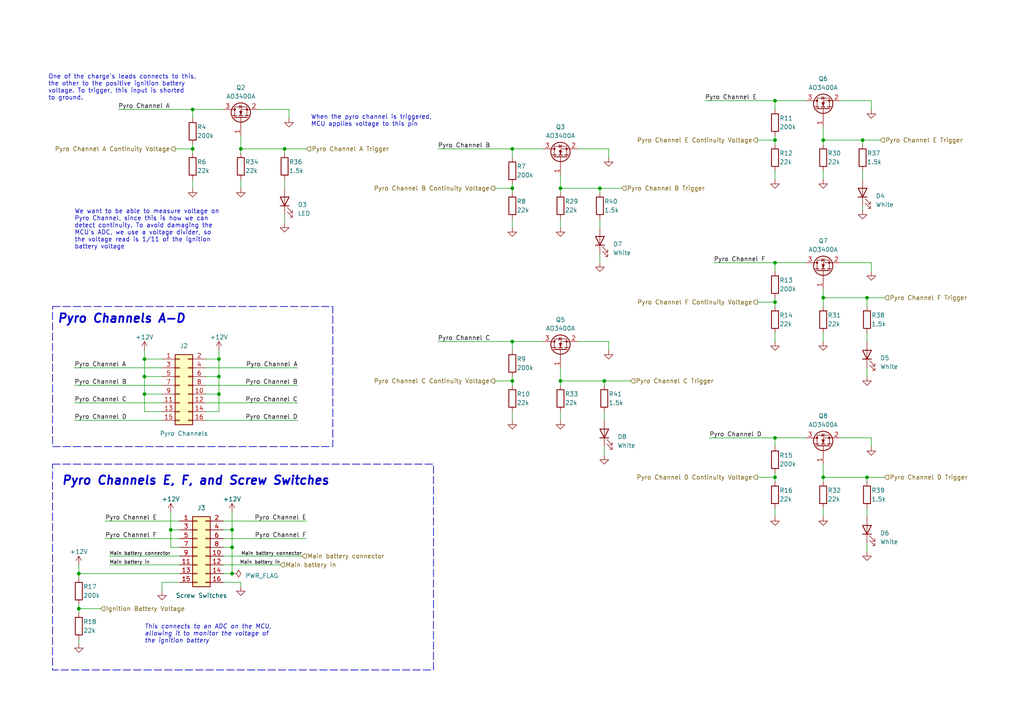
<source format=kicad_sch>
(kicad_sch (version 20230121) (generator eeschema)
  (paper "A4")
  (title_block (title "Pyrotechnic Channels") (date "2023-09-24") (rev "1"))
  (lib_symbols
    (symbol "Connector_Generic:Conn_02x08_Odd_Even" (pin_names (offset 1.016) hide)
      (property "Reference" "J" (at 1.27 10.16 0))
      (property "Value" "Conn_02x08_Odd_Even" (at 1.27 -12.7 0))
      (symbol "Conn_02x08_Odd_Even_1_1"
        (rectangle (start -1.27 -10.033) (end 0 -10.287) (stroke (width 0.1524)))
        (rectangle (start -1.27 -7.493) (end 0 -7.747) (stroke (width 0.1524)))
        (rectangle (start -1.27 -4.953) (end 0 -5.207) (stroke (width 0.1524)))
        (rectangle (start -1.27 -2.413) (end 0 -2.667) (stroke (width 0.1524)))
        (rectangle (start -1.27 0.127) (end 0 -0.127) (stroke (width 0.1524)))
        (rectangle (start -1.27 2.667) (end 0 2.413) (stroke (width 0.1524)))
        (rectangle (start -1.27 5.207) (end 0 4.953) (stroke (width 0.1524)))
        (rectangle (start -1.27 7.747) (end 0 7.493) (stroke (width 0.1524)))
        (rectangle (start -1.27 8.89) (end 3.81 -11.43) (stroke (width 0.254)) (fill (type background)))
        (rectangle (start 3.81 -10.033) (end 2.54 -10.287) (stroke (width 0.1524)))
        (rectangle (start 3.81 -7.493) (end 2.54 -7.747) (stroke (width 0.1524)))
        (rectangle (start 3.81 -4.953) (end 2.54 -5.207) (stroke (width 0.1524)))
        (rectangle (start 3.81 -2.413) (end 2.54 -2.667) (stroke (width 0.1524)))
        (rectangle (start 3.81 0.127) (end 2.54 -0.127) (stroke (width 0.1524)))
        (rectangle (start 3.81 2.667) (end 2.54 2.413) (stroke (width 0.1524)))
        (rectangle (start 3.81 5.207) (end 2.54 4.953) (stroke (width 0.1524)))
        (rectangle (start 3.81 7.747) (end 2.54 7.493) (stroke (width 0.1524)))
        (pin passive line (at -5.08 7.62 0) (length 3.81) (name "Pin_1") (number "1"))
        (pin passive line (at 7.62 -2.54 180) (length 3.81) (name "Pin_10") (number "10"))
        (pin passive line (at -5.08 -5.08 0) (length 3.81) (name "Pin_11") (number "11"))
        (pin passive line (at 7.62 -5.08 180) (length 3.81) (name "Pin_12") (number "12"))
        (pin passive line (at -5.08 -7.62 0) (length 3.81) (name "Pin_13") (number "13"))
        (pin passive line (at 7.62 -7.62 180) (length 3.81) (name "Pin_14") (number "14"))
        (pin passive line (at -5.08 -10.16 0) (length 3.81) (name "Pin_15") (number "15"))
        (pin passive line (at 7.62 -10.16 180) (length 3.81) (name "Pin_16") (number "16"))
        (pin passive line (at 7.62 7.62 180) (length 3.81) (name "Pin_2") (number "2"))
        (pin passive line (at -5.08 5.08 0) (length 3.81) (name "Pin_3") (number "3"))
        (pin passive line (at 7.62 5.08 180) (length 3.81) (name "Pin_4") (number "4"))
        (pin passive line (at -5.08 2.54 0) (length 3.81) (name "Pin_5") (number "5"))
        (pin passive line (at 7.62 2.54 180) (length 3.81) (name "Pin_6") (number "6"))
        (pin passive line (at -5.08 0 0) (length 3.81) (name "Pin_7") (number "7"))
        (pin passive line (at 7.62 0 180) (length 3.81) (name "Pin_8") (number "8"))
        (pin passive line (at -5.08 -2.54 0) (length 3.81) (name "Pin_9") (number "9"))
      )
    )
    (symbol "Device:LED" (pin_numbers hide) (pin_names (offset 1.016) hide)
      (property "Reference" "D" (at 0 2.54 0))
      (property "Value" "LED" (at 0 -2.54 0))
      (symbol "LED_0_1"
        (polyline (pts (xy -1.27 -1.27) (xy -1.27 1.27)) (stroke (width 0.254)))
        (polyline (pts (xy -1.27 0) (xy 1.27 0)))
        (polyline (pts (xy 1.27 -1.27) (xy 1.27 1.27) (xy -1.27 0) (xy 1.27 -1.27)) (stroke (width 0.254)))
        (polyline (pts (xy -3.048 -0.762) (xy -4.572 -2.286) (xy -3.81 -2.286) (xy -4.572 -2.286) (xy -4.572 -1.524)))
        (polyline (pts (xy -1.778 -0.762) (xy -3.302 -2.286) (xy -2.54 -2.286) (xy -3.302 -2.286) (xy -3.302 -1.524)))
      )
      (symbol "LED_1_1"
        (pin passive line (at -3.81 0 0) (length 2.54) (name "K") (number "1"))
        (pin passive line (at 3.81 0 180) (length 2.54) (name "A") (number "2"))
      )
    )
    (symbol "Device:R" (pin_numbers hide) (pin_names (offset 0))
      (property "Reference" "R" (at 2.032 0 90))
      (property "Value" "R" (at 0 0 90))
      (symbol "R_0_1"
        (rectangle (start -1.016 -2.54) (end 1.016 2.54) (stroke (width 0.254)))
      )
      (symbol "R_1_1"
        (pin passive line (at 0 3.81 270) (length 1.27) (name "~") (number "1"))
        (pin passive line (at 0 -3.81 90) (length 1.27) (name "~") (number "2"))
      )
    )
    (symbol "Transistor_FET:AO3400A" (pin_names hide)
      (property "Reference" "Q" (at 5.08 1.905 0))
      (property "Value" "AO3400A" (at 5.08 0 0))
      (symbol "AO3400A_0_1"
        (polyline (pts (xy 0.254 0) (xy -2.54 0)))
        (polyline (pts (xy 0.254 1.905) (xy 0.254 -1.905)) (stroke (width 0.254)))
        (polyline (pts (xy 0.762 -1.27) (xy 0.762 -2.286)) (stroke (width 0.254)))
        (polyline (pts (xy 0.762 0.508) (xy 0.762 -0.508)) (stroke (width 0.254)))
        (polyline (pts (xy 0.762 2.286) (xy 0.762 1.27)) (stroke (width 0.254)))
        (polyline (pts (xy 2.54 2.54) (xy 2.54 1.778)))
        (polyline (pts (xy 2.54 -2.54) (xy 2.54 0) (xy 0.762 0)))
        (polyline (pts (xy 0.762 -1.778) (xy 3.302 -1.778) (xy 3.302 1.778) (xy 0.762 1.778)))
        (polyline (pts (xy 1.016 0) (xy 2.032 0.381) (xy 2.032 -0.381) (xy 1.016 0)) (fill (type outline)))
        (polyline (pts (xy 2.794 0.508) (xy 2.921 0.381) (xy 3.683 0.381) (xy 3.81 0.254)))
        (polyline (pts (xy 3.302 0.381) (xy 2.921 -0.254) (xy 3.683 -0.254) (xy 3.302 0.381)))
        (circle (center 1.651 0) (radius 2.794) (stroke (width 0.254)))
        (circle (center 2.54 -1.778) (radius 0.254) (fill (type outline)))
        (circle (center 2.54 1.778) (radius 0.254) (fill (type outline)))
      )
      (symbol "AO3400A_1_1"
        (pin input line (at -5.08 0 0) (length 2.54) (name "G") (number "1"))
        (pin passive line (at 2.54 -5.08 90) (length 2.54) (name "S") (number "2"))
        (pin passive line (at 2.54 5.08 270) (length 2.54) (name "D") (number "3"))
      )
    )
    (symbol "power:+12V" (power) (pin_names (offset 0))
      (property "Value" "+12V" (at 0 3.556 0))
      (symbol "+12V_0_1"
        (polyline (pts (xy -0.762 1.27) (xy 0 2.54)))
        (polyline (pts (xy 0 0) (xy 0 2.54)))
        (polyline (pts (xy 0 2.54) (xy 0.762 1.27)))
      )
      (symbol "+12V_1_1"
        (pin power_in line (at 0 0 90) (length 0) hide (name "+12V") (number "1"))
      )
    )
    (symbol "power:GND" (power) (pin_names (offset 0))
      (property "Value" "GND" (at 0 -3.81 0))
      (symbol "GND_0_1"
        (polyline (pts (xy 0 0) (xy 0 -1.27) (xy 1.27 -1.27) (xy 0 -2.54) (xy -1.27 -1.27) (xy 0 -1.27)))
      )
      (symbol "GND_1_1"
        (pin power_in line (at 0 0 270) (length 0) hide (name "GND") (number "1"))
      )
    )
    (symbol "power:PWR_FLAG" (power) (pin_numbers hide) (pin_names (offset 0) hide)
      (property "Value" "PWR_FLAG" (at 0 3.81 0))
      (symbol "PWR_FLAG_0_0"
        (pin power_out line (at 0 0 90) (length 0) (name "pwr") (number "1"))
      )
      (symbol "PWR_FLAG_0_1"
        (polyline (pts (xy 0 0) (xy 0 1.27) (xy -1.016 1.905) (xy 0 2.54) (xy 1.016 1.905) (xy 0 1.27)))
      )
    )
  )
  (junction (at 41.91 114.3))
  (junction (at 224.79 76.2))
  (junction (at 238.76 40.64))
  (junction (at 67.31 166.37))
  (junction (at 238.76 138.43))
  (junction (at 238.76 86.36))
  (junction (at 67.31 158.75))
  (junction (at 41.91 109.22))
  (junction (at 82.55 43.18))
  (junction (at 63.5 114.3))
  (junction (at 224.79 29.21))
  (junction (at 162.56 54.61))
  (junction (at 224.79 87.63))
  (junction (at 175.26 110.49))
  (junction (at 63.5 109.22))
  (junction (at 251.46 86.36))
  (junction (at 162.56 110.49))
  (junction (at 251.46 138.43))
  (junction (at 55.88 31.75))
  (junction (at 224.79 40.64))
  (junction (at 224.79 138.43))
  (junction (at 22.86 176.53))
  (junction (at 67.31 153.67))
  (junction (at 41.91 104.14))
  (junction (at 148.59 110.49))
  (junction (at 224.79 127))
  (junction (at 148.59 43.18))
  (junction (at 250.19 40.64))
  (junction (at 63.5 104.14))
  (junction (at 49.53 153.67))
  (junction (at 173.99 54.61))
  (junction (at 22.86 166.37))
  (junction (at 148.59 99.06))
  (junction (at 69.85 43.18))
  (junction (at 148.59 54.61))
  (junction (at 55.88 43.18))
  (wire (pts (xy 224.79 29.21) (xy 224.79 31.75)))
  (wire (pts (xy 59.69 121.92) (xy 86.36 121.92)))
  (wire (pts (xy 148.59 119.38) (xy 148.59 121.92)))
  (wire (pts (xy 148.59 99.06) (xy 148.59 101.6)))
  (wire (pts (xy 251.46 157.48) (xy 251.46 160.02)))
  (wire (pts (xy 243.84 127) (xy 252.73 127)))
  (wire (pts (xy 224.79 138.43) (xy 224.79 139.7)))
  (wire (pts (xy 29.21 176.53) (xy 22.86 176.53)))
  (wire (pts (xy 55.88 31.75) (xy 64.77 31.75)))
  (wire (pts (xy 21.59 116.84) (xy 46.99 116.84)))
  (wire (pts (xy 250.19 41.91) (xy 250.19 40.64)))
  (wire (pts (xy 243.84 29.21) (xy 252.73 29.21)))
  (wire (pts (xy 30.48 151.13) (xy 52.07 151.13)))
  (wire (pts (xy 64.77 151.13) (xy 88.9 151.13)))
  (wire (pts (xy 224.79 39.37) (xy 224.79 40.64)))
  (wire (pts (xy 219.71 138.43) (xy 224.79 138.43)))
  (wire (pts (xy 224.79 127) (xy 224.79 129.54)))
  (wire (pts (xy 55.88 52.07) (xy 55.88 54.61)))
  (wire (pts (xy 250.19 49.53) (xy 250.19 52.07)))
  (wire (pts (xy 59.69 106.68) (xy 86.36 106.68)))
  (wire (pts (xy 251.46 147.32) (xy 251.46 149.86)))
  (wire (pts (xy 173.99 54.61) (xy 180.34 54.61)))
  (wire (pts (xy 224.79 137.16) (xy 224.79 138.43)))
  (wire (pts (xy 46.99 119.38) (xy 41.91 119.38)))
  (wire (pts (xy 30.48 156.21) (xy 52.07 156.21)))
  (wire (pts (xy 64.77 161.29) (xy 87.63 161.29)))
  (wire (pts (xy 22.86 185.42) (xy 22.86 186.69)))
  (wire (pts (xy 143.51 110.49) (xy 148.59 110.49)))
  (wire (pts (xy 162.56 63.5) (xy 162.56 66.04)))
  (wire (pts (xy 55.88 31.75) (xy 55.88 34.29)))
  (wire (pts (xy 63.5 119.38) (xy 63.5 114.3)))
  (wire (pts (xy 59.69 104.14) (xy 63.5 104.14)))
  (wire (pts (xy 219.71 40.64) (xy 224.79 40.64)))
  (wire (pts (xy 148.59 63.5) (xy 148.59 66.04)))
  (wire (pts (xy 238.76 86.36) (xy 238.76 83.82)))
  (wire (pts (xy 127 99.06) (xy 148.59 99.06)))
  (wire (pts (xy 64.77 156.21) (xy 88.9 156.21)))
  (wire (pts (xy 64.77 166.37) (xy 67.31 166.37)))
  (wire (pts (xy 224.79 76.2) (xy 224.79 78.74)))
  (wire (pts (xy 21.59 106.68) (xy 46.99 106.68)))
  (wire (pts (xy 205.74 127) (xy 224.79 127)))
  (wire (pts (xy 251.46 139.7) (xy 251.46 138.43)))
  (wire (pts (xy 41.91 101.6) (xy 41.91 104.14)))
  (wire (pts (xy 52.07 153.67) (xy 49.53 153.67)))
  (wire (pts (xy 22.86 176.53) (xy 22.86 177.8)))
  (wire (pts (xy 238.76 40.64) (xy 238.76 41.91)))
  (wire (pts (xy 224.79 76.2) (xy 233.68 76.2)))
  (wire (pts (xy 238.76 40.64) (xy 238.76 36.83)))
  (wire (pts (xy 238.76 147.32) (xy 238.76 149.86)))
  (wire (pts (xy 64.77 168.91) (xy 69.85 168.91)))
  (wire (pts (xy 67.31 153.67) (xy 67.31 158.75)))
  (wire (pts (xy 143.51 54.61) (xy 148.59 54.61)))
  (wire (pts (xy 41.91 114.3) (xy 41.91 109.22)))
  (wire (pts (xy 46.99 104.14) (xy 41.91 104.14)))
  (wire (pts (xy 148.59 54.61) (xy 148.59 55.88)))
  (wire (pts (xy 173.99 63.5) (xy 173.99 66.04)))
  (wire (pts (xy 224.79 147.32) (xy 224.79 149.86)))
  (wire (pts (xy 59.69 111.76) (xy 86.36 111.76)))
  (wire (pts (xy 55.88 43.18) (xy 55.88 44.45)))
  (wire (pts (xy 162.56 54.61) (xy 162.56 55.88)))
  (wire (pts (xy 167.64 99.06) (xy 176.53 99.06)))
  (wire (pts (xy 52.07 158.75) (xy 49.53 158.75)))
  (wire (pts (xy 224.79 40.64) (xy 224.79 41.91)))
  (wire (pts (xy 224.79 127) (xy 233.68 127)))
  (wire (pts (xy 250.19 40.64) (xy 255.27 40.64)))
  (wire (pts (xy 63.5 114.3) (xy 63.5 109.22)))
  (wire (pts (xy 175.26 119.38) (xy 175.26 121.92)))
  (wire (pts (xy 50.8 43.18) (xy 55.88 43.18)))
  (wire (pts (xy 173.99 73.66) (xy 173.99 76.2)))
  (wire (pts (xy 219.71 87.63) (xy 224.79 87.63)))
  (wire (pts (xy 41.91 119.38) (xy 41.91 114.3)))
  (wire (pts (xy 63.5 104.14) (xy 63.5 109.22)))
  (wire (pts (xy 22.86 166.37) (xy 22.86 167.64)))
  (wire (pts (xy 49.53 148.59) (xy 49.53 153.67)))
  (wire (pts (xy 162.56 54.61) (xy 162.56 50.8)))
  (wire (pts (xy 82.55 62.23) (xy 82.55 64.77)))
  (wire (pts (xy 224.79 87.63) (xy 224.79 88.9)))
  (wire (pts (xy 46.99 168.91) (xy 46.99 171.45)))
  (wire (pts (xy 74.93 31.75) (xy 83.82 31.75)))
  (wire (pts (xy 243.84 76.2) (xy 252.73 76.2)))
  (wire (pts (xy 251.46 86.36) (xy 256.54 86.36)))
  (wire (pts (xy 251.46 96.52) (xy 251.46 99.06)))
  (wire (pts (xy 31.75 161.29) (xy 52.07 161.29)))
  (wire (pts (xy 148.59 109.22) (xy 148.59 110.49)))
  (wire (pts (xy 162.56 110.49) (xy 162.56 106.68)))
  (wire (pts (xy 67.31 166.37) (xy 67.31 158.75)))
  (wire (pts (xy 175.26 110.49) (xy 182.88 110.49)))
  (wire (pts (xy 82.55 52.07) (xy 82.55 54.61)))
  (wire (pts (xy 238.76 138.43) (xy 251.46 138.43)))
  (wire (pts (xy 69.85 43.18) (xy 69.85 44.45)))
  (wire (pts (xy 64.77 158.75) (xy 67.31 158.75)))
  (wire (pts (xy 69.85 43.18) (xy 82.55 43.18)))
  (wire (pts (xy 69.85 168.91) (xy 69.85 170.18)))
  (wire (pts (xy 59.69 116.84) (xy 86.36 116.84)))
  (wire (pts (xy 238.76 138.43) (xy 238.76 134.62)))
  (wire (pts (xy 204.47 29.21) (xy 224.79 29.21)))
  (wire (pts (xy 69.85 43.18) (xy 69.85 39.37)))
  (wire (pts (xy 224.79 49.53) (xy 224.79 52.07)))
  (wire (pts (xy 63.5 101.6) (xy 63.5 104.14)))
  (wire (pts (xy 238.76 138.43) (xy 238.76 139.7)))
  (wire (pts (xy 238.76 96.52) (xy 238.76 99.06)))
  (wire (pts (xy 148.59 110.49) (xy 148.59 111.76)))
  (wire (pts (xy 148.59 43.18) (xy 148.59 45.72)))
  (wire (pts (xy 175.26 129.54) (xy 175.26 132.08)))
  (wire (pts (xy 148.59 43.18) (xy 157.48 43.18)))
  (wire (pts (xy 148.59 99.06) (xy 157.48 99.06)))
  (wire (pts (xy 46.99 114.3) (xy 41.91 114.3)))
  (wire (pts (xy 162.56 54.61) (xy 173.99 54.61)))
  (wire (pts (xy 22.86 163.83) (xy 22.86 166.37)))
  (wire (pts (xy 207.01 76.2) (xy 224.79 76.2)))
  (wire (pts (xy 148.59 53.34) (xy 148.59 54.61)))
  (wire (pts (xy 46.99 121.92) (xy 21.59 121.92)))
  (wire (pts (xy 55.88 41.91) (xy 55.88 43.18)))
  (wire (pts (xy 162.56 119.38) (xy 162.56 121.92)))
  (wire (pts (xy 238.76 86.36) (xy 238.76 88.9)))
  (wire (pts (xy 224.79 86.36) (xy 224.79 87.63)))
  (wire (pts (xy 224.79 29.21) (xy 233.68 29.21)))
  (wire (pts (xy 252.73 76.2) (xy 252.73 78.74)))
  (wire (pts (xy 175.26 111.76) (xy 175.26 110.49)))
  (wire (pts (xy 49.53 158.75) (xy 49.53 153.67)))
  (wire (pts (xy 31.75 163.83) (xy 52.07 163.83)))
  (wire (pts (xy 162.56 110.49) (xy 175.26 110.49)))
  (wire (pts (xy 167.64 43.18) (xy 176.53 43.18)))
  (wire (pts (xy 52.07 168.91) (xy 46.99 168.91)))
  (wire (pts (xy 238.76 49.53) (xy 238.76 52.07)))
  (wire (pts (xy 22.86 175.26) (xy 22.86 176.53)))
  (wire (pts (xy 67.31 148.59) (xy 67.31 153.67)))
  (wire (pts (xy 127 43.18) (xy 148.59 43.18)))
  (wire (pts (xy 22.86 166.37) (xy 52.07 166.37)))
  (wire (pts (xy 59.69 114.3) (xy 63.5 114.3)))
  (wire (pts (xy 252.73 127) (xy 252.73 129.54)))
  (wire (pts (xy 82.55 43.18) (xy 88.9 43.18)))
  (wire (pts (xy 252.73 29.21) (xy 252.73 31.75)))
  (wire (pts (xy 251.46 106.68) (xy 251.46 109.22)))
  (wire (pts (xy 59.69 109.22) (xy 63.5 109.22)))
  (wire (pts (xy 251.46 88.9) (xy 251.46 86.36)))
  (wire (pts (xy 162.56 110.49) (xy 162.56 111.76)))
  (wire (pts (xy 82.55 43.18) (xy 82.55 44.45)))
  (wire (pts (xy 69.85 52.07) (xy 69.85 54.61)))
  (wire (pts (xy 34.29 31.75) (xy 55.88 31.75)))
  (wire (pts (xy 176.53 43.18) (xy 176.53 45.72)))
  (wire (pts (xy 250.19 59.69) (xy 250.19 60.96)))
  (wire (pts (xy 224.79 96.52) (xy 224.79 99.06)))
  (wire (pts (xy 64.77 163.83) (xy 81.28 163.83)))
  (wire (pts (xy 238.76 40.64) (xy 250.19 40.64)))
  (wire (pts (xy 41.91 109.22) (xy 41.91 104.14)))
  (wire (pts (xy 83.82 31.75) (xy 83.82 34.29)))
  (wire (pts (xy 238.76 86.36) (xy 251.46 86.36)))
  (wire (pts (xy 46.99 109.22) (xy 41.91 109.22)))
  (wire (pts (xy 176.53 99.06) (xy 176.53 101.6)))
  (wire (pts (xy 173.99 55.88) (xy 173.99 54.61)))
  (wire (pts (xy 59.69 119.38) (xy 63.5 119.38)))
  (wire (pts (xy 21.59 111.76) (xy 46.99 111.76)))
  (wire (pts (xy 251.46 138.43) (xy 256.54 138.43)))
  (wire (pts (xy 64.77 153.67) (xy 67.31 153.67)))
  (rectangle (start 15.24 88.9) (end 96.52 129.54) (stroke (width 0.2) (type dash)))
  (rectangle (start 15.24 134.62) (end 125.73 194.31) (stroke (width 0.2) (type dash)))
  (text "Pyro Channels E, F, and Screw Switches\n" (at 17.78 140.97 0) (effects (font (size 2.5 2.5) (thickness 0.5) bold italic) (justify left bottom)))
  (text "This connects to an ADC on the MCU,\nallowing it to monitor the voltage of\nthe ignition battery" (at 41.91 186.69 0) (effects (font (size 1.27 1.27) italic) (justify left bottom)))
  (text "When the pyro channel is triggered, \nMCU applies voltage to this pin" (at 90.17 36.83 0) (effects (font (size 1.27 1.27)) (justify left bottom)))
  (text "Pyro Channels A-D" (at 16.51 93.98 0) (effects (font (size 2.5 2.5) (thickness 0.5) bold italic) (justify left bottom)))
  (text "One of the charge's leads connects to this,\nthe other to the positive ignition battery\nvoltage. To trigger, this input is shorted\nto ground." (at 13.97 29.21 0) (effects (font (size 1.27 1.27)) (justify left bottom)))
  (text "We want to be able to measure voltage on\nPyro Channel, since this is how we can\ndetect continuity. To avoid damaging the\nMCU's ADC, we use a voltage divider, so\nthe voltage read is 1/11 of the ignition\nbattery voltage" (at 21.59 72.39 0) (effects (font (size 1.27 1.27)) (justify left bottom)))
  (label "Pyro Channel F" (at 88.9 156.21 180))
  (label "Pyro Channel D" (at 205.74 127 0))
  (label "Pyro Channel A" (at 21.59 106.68 0))
  (label "Pyro Channel A" (at 34.29 31.75 0))
  (label "Pyro Channel D" (at 86.36 121.92 180))
  (label "Pyro Channel D" (at 21.59 121.92 0))
  (label "Main battery connector" (at 87.63 161.29 180) (effects (font (size 1 1))))
  (label "Pyro Channel C" (at 127 99.06 0))
  (label "Pyro Channel F" (at 30.48 156.21 0))
  (label "Pyro Channel B" (at 21.59 111.76 0))
  (label "Main battery connector" (at 31.75 161.29 0) (effects (font (size 1 1))))
  (label "Pyro Channel E" (at 204.47 29.21 0))
  (label "Pyro Channel E" (at 30.48 151.13 0))
  (label "Pyro Channel A" (at 86.36 106.68 180))
  (label "Pyro Channel B" (at 127 43.18 0))
  (label "Pyro Channel C" (at 21.59 116.84 0))
  (label "Pyro Channel B" (at 86.36 111.76 180))
  (label "Main battery in" (at 31.75 163.83 0) (effects (font (size 1 1))))
  (label "Main battery in" (at 81.28 163.83 180) (effects (font (size 1 1))))
  (label "Pyro Channel F" (at 207.01 76.2 0))
  (label "Pyro Channel E" (at 88.9 151.13 180))
  (label "Pyro Channel C" (at 86.36 116.84 180))
  (hierarchical_label "Pyro Channel B Continuity Voltage" (shape output) (at 143.51 54.61 180))
  (hierarchical_label "Pyro Channel C Continuity Voltage" (shape output) (at 143.51 110.49 180))
  (hierarchical_label "Pyro Channel B Trigger" (shape input) (at 180.34 54.61 0))
  (hierarchical_label "Ignition Battery Voltage" (shape input) (at 29.21 176.53 0))
  (hierarchical_label "Pyro Channel F Trigger" (shape input) (at 256.54 86.36 0))
  (hierarchical_label "Pyro Channel D Trigger" (shape input) (at 256.54 138.43 0))
  (hierarchical_label "Pyro Channel D Continuity Voltage" (shape output) (at 219.71 138.43 180))
  (hierarchical_label "Main battery in" (shape input) (at 81.28 163.83 0))
  (hierarchical_label "Pyro Channel C Trigger" (shape input) (at 182.88 110.49 0))
  (hierarchical_label "Pyro Channel A Trigger" (shape input) (at 88.9 43.18 0))
  (hierarchical_label "Main battery connector" (shape input) (at 87.63 161.29 0))
  (hierarchical_label "Pyro Channel A Continuity Voltage" (shape output) (at 50.8 43.18 180))
  (hierarchical_label "Pyro Channel F Continuity Voltage" (shape output) (at 219.71 87.63 180))
  (hierarchical_label "Pyro Channel E Continuity Voltage" (shape output) (at 219.71 40.64 180))
  (hierarchical_label "Pyro Channel E Trigger" (shape input) (at 255.27 40.64 0))
  (symbol (lib_id "power:GND") (at 148.59 66.04 0) (unit 1)
    (property "Reference" "#PWR035" (effects hide))
    (property "Value" "GND" (effects hide))
  )
  (symbol (lib_id "power:GND") (at 176.53 45.72 0) (unit 1)
    (property "Reference" "#PWR036" (effects hide))
    (property "Value" "GND" (effects hide))
  )
  (symbol (lib_id "Device:R") (at 224.79 45.72 0) (unit 1)
    (property "Reference" "R12" (at 226.06 44.45 0) (effects (justify left)))
    (property "Value" "22k" (at 226.06 46.99 0) (effects (justify left)))
    (property "Footprint" "Resistor_SMD:R_0402_1005Metric" (effects hide))
  )
  (symbol (lib_id "power:GND") (at 148.59 121.92 0) (unit 1)
    (property "Reference" "#PWR037" (effects hide))
    (property "Value" "GND" (effects hide))
  )
  (symbol (lib_id "Device:R") (at 251.46 92.71 0) (unit 1)
    (property "Reference" "R38" (at 252.73 91.44 0) (effects (justify left)))
    (property "Value" "1.5k" (at 252.73 93.98 0) (effects (justify left)))
    (property "Footprint" "Resistor_SMD:R_0402_1005Metric" (effects hide))
  )
  (symbol (lib_id "Device:R") (at 224.79 133.35 0) (unit 1)
    (property "Reference" "R15" (at 226.06 132.08 0) (effects (justify left)))
    (property "Value" "200k" (at 226.06 134.62 0) (effects (justify left)))
    (property "Footprint" "Resistor_SMD:R_0402_1005Metric" (effects hide))
  )
  (symbol (lib_id "Device:LED") (at 173.99 69.85 90) (unit 1)
    (property "Reference" "D7" (at 177.8 70.8025 90) (effects (justify right)))
    (property "Value" "White" (at 177.8 73.3425 90) (effects (justify right)))
    (property "Footprint" "LED_SMD:LED_0603_1608Metric" (effects hide))
  )
  (symbol (lib_id "Transistor_FET:AO3400A") (at 238.76 129.54 90) (unit 1)
    (property "Reference" "Q8" (at 238.76 120.65 90))
    (property "Value" "AO3400A" (at 238.76 123.19 90))
    (property "Footprint" "Package_TO_SOT_SMD:SOT-23" (effects hide))
    (property "Datasheet" "http://www.aosmd.com/pdfs/datasheet/AO3400A.pdf" (effects hide))
  )
  (symbol (lib_id "power:GND") (at 83.82 34.29 0) (unit 1)
    (property "Reference" "#PWR032" (effects hide))
    (property "Value" "GND" (effects hide))
  )
  (symbol (lib_id "power:+12V") (at 67.31 148.59 0) (unit 1)
    (property "Reference" "#PWR056" (effects hide))
    (property "Value" "+12V" (at 67.31 144.78 0))
    (instances (project "Flight Computer" (path "" (reference "#PWR056") (unit 1)) (path "" (reference "#PWR093") (unit 1))))
  )
  (symbol (lib_id "power:GND") (at 176.53 101.6 0) (unit 1)
    (property "Reference" "#PWR038" (effects hide))
    (property "Value" "GND" (effects hide))
  )
  (symbol (lib_id "Device:R") (at 55.88 48.26 0) (unit 1)
    (property "Reference" "R6" (at 57.15 46.99 0) (effects (justify left)))
    (property "Value" "22k" (at 57.15 49.53 0) (effects (justify left)))
    (property "Footprint" "Resistor_SMD:R_0402_1005Metric" (effects hide))
  )
  (symbol (lib_id "Transistor_FET:AO3400A") (at 162.56 45.72 90) (unit 1)
    (property "Reference" "Q3" (at 162.56 36.83 90))
    (property "Value" "AO3400A" (at 162.56 39.37 90))
    (property "Footprint" "Package_TO_SOT_SMD:SOT-23" (effects hide))
    (property "Datasheet" "http://www.aosmd.com/pdfs/datasheet/AO3400A.pdf" (effects hide))
  )
  (symbol (lib_id "power:PWR_FLAG") (at 67.31 166.37 270) (unit 1)
    (property "Reference" "#FLG06" (effects hide))
    (property "Value" "PWR_FLAG" (at 71.12 167.005 90) (effects (justify left)))
  )
  (symbol (lib_id "Device:R") (at 69.85 48.26 0) (unit 1)
    (property "Reference" "R34" (at 71.12 46.99 0) (effects (justify left)))
    (property "Value" "22k" (at 71.12 49.53 0) (effects (justify left)))
    (property "Footprint" "Resistor_SMD:R_0402_1005Metric" (effects hide))
  )
  (symbol (lib_id "power:GND") (at 55.88 54.61 0) (unit 1)
    (property "Reference" "#PWR033" (effects hide))
    (property "Value" "GND" (effects hide))
  )
  (symbol (lib_id "power:GND") (at 251.46 160.02 0) (unit 1)
    (property "Reference" "#PWR0106" (effects hide))
    (property "Value" "GND" (effects hide))
  )
  (symbol (lib_id "power:GND") (at 224.79 149.86 0) (unit 1)
    (property "Reference" "#PWR043" (effects hide))
    (property "Value" "GND" (effects hide))
  )
  (symbol (lib_id "power:GND") (at 252.73 129.54 0) (unit 1)
    (property "Reference" "#PWR044" (effects hide))
    (property "Value" "GND" (effects hide))
  )
  (symbol (lib_id "Device:R") (at 22.86 181.61 0) (unit 1)
    (property "Reference" "R18" (at 24.13 180.34 0) (effects (justify left)))
    (property "Value" "22k" (at 24.13 182.88 0) (effects (justify left)))
    (property "Footprint" "Resistor_SMD:R_0402_1005Metric" (effects hide))
    (instances (project "Flight Computer" (path "" (reference "R18") (unit 1)) (path "" (reference "R35") (unit 1))))
  )
  (symbol (lib_id "Device:R") (at 82.55 48.26 0) (unit 1)
    (property "Reference" "R36" (at 83.82 46.99 0) (effects (justify left)))
    (property "Value" "1.5k" (at 83.82 49.53 0) (effects (justify left)))
    (property "Footprint" "Resistor_SMD:R_0402_1005Metric" (effects hide))
  )
  (symbol (lib_id "power:GND") (at 224.79 52.07 0) (unit 1)
    (property "Reference" "#PWR039" (effects hide))
    (property "Value" "GND" (effects hide))
  )
  (symbol (lib_id "power:GND") (at 162.56 121.92 0) (unit 1)
    (property "Reference" "#PWR098" (effects hide))
    (property "Value" "GND" (effects hide))
  )
  (symbol (lib_id "Device:R") (at 238.76 92.71 0) (unit 1)
    (property "Reference" "R31" (at 240.03 91.44 0) (effects (justify left)))
    (property "Value" "22k" (at 240.03 93.98 0) (effects (justify left)))
    (property "Footprint" "Resistor_SMD:R_0402_1005Metric" (effects hide))
  )
  (symbol (lib_id "power:GND") (at 224.79 99.06 0) (unit 1)
    (property "Reference" "#PWR041" (effects hide))
    (property "Value" "GND" (effects hide))
  )
  (symbol (lib_id "power:GND") (at 175.26 132.08 0) (unit 1)
    (property "Reference" "#PWR0108" (effects hide))
    (property "Value" "GND" (effects hide))
  )
  (symbol (lib_id "power:GND") (at 238.76 99.06 0) (unit 1)
    (property "Reference" "#PWR096" (effects hide))
    (property "Value" "GND" (effects hide))
  )
  (symbol (lib_id "Device:R") (at 224.79 92.71 0) (unit 1)
    (property "Reference" "R14" (at 226.06 91.44 0) (effects (justify left)))
    (property "Value" "22k" (at 226.06 93.98 0) (effects (justify left)))
    (property "Footprint" "Resistor_SMD:R_0402_1005Metric" (effects hide))
  )
  (symbol (lib_id "power:GND") (at 82.55 64.77 0) (unit 1)
    (property "Reference" "#PWR0100" (effects hide))
    (property "Value" "GND" (effects hide))
  )
  (symbol (lib_id "Transistor_FET:AO3400A") (at 69.85 34.29 90) (unit 1)
    (property "Reference" "Q2" (at 69.85 25.4 90))
    (property "Value" "AO3400A" (at 69.85 27.94 90))
    (property "Footprint" "Package_TO_SOT_SMD:SOT-23" (effects hide))
    (property "Datasheet" "http://www.aosmd.com/pdfs/datasheet/AO3400A.pdf" (effects hide))
  )
  (symbol (lib_id "power:GND") (at 250.19 60.96 0) (unit 1)
    (property "Reference" "#PWR0101" (effects hide))
    (property "Value" "GND" (effects hide))
  )
  (symbol (lib_id "power:GND") (at 46.99 171.45 0) (unit 1)
    (property "Reference" "#PWR053" (effects hide))
    (property "Value" "GND" (effects hide))
    (instances (project "Flight Computer" (path "" (reference "#PWR053") (unit 1)) (path "" (reference "#PWR091") (unit 1))))
  )
  (symbol (lib_id "power:GND") (at 252.73 31.75 0) (unit 1)
    (property "Reference" "#PWR040" (effects hide))
    (property "Value" "GND" (effects hide))
  )
  (symbol (lib_id "power:GND") (at 22.86 186.69 0) (unit 1)
    (property "Reference" "#PWR055" (effects hide))
    (property "Value" "GND" (effects hide))
    (instances (project "Flight Computer" (path "" (reference "#PWR055") (unit 1)) (path "" (reference "#PWR090") (unit 1))))
  )
  (symbol (lib_id "power:+12V") (at 41.91 101.6 0) (unit 1)
    (property "Reference" "#PWR047" (effects hide))
    (property "Value" "+12V" (at 41.91 97.79 0))
    (instances (project "Flight Computer" (path "" (reference "#PWR047") (unit 1)) (path "" (reference "#PWR046") (unit 1))))
  )
  (symbol (lib_id "Device:LED") (at 82.55 58.42 90) (unit 1)
    (property "Reference" "D3" (at 86.36 59.3725 90) (effects (justify right)))
    (property "Value" "LED" (at 86.36 61.9125 90) (effects (justify right)))
    (property "Footprint" "LED_SMD:LED_0603_1608Metric" (effects hide))
  )
  (symbol (lib_id "power:+12V") (at 63.5 101.6 0) (unit 1)
    (property "Reference" "#PWR046" (effects hide))
    (property "Value" "+12V" (at 63.5 97.79 0))
    (instances (project "Flight Computer" (path "" (reference "#PWR046") (unit 1)) (path "" (reference "#PWR047") (unit 1))))
  )
  (symbol (lib_id "power:GND") (at 238.76 149.86 0) (unit 1)
    (property "Reference" "#PWR097" (effects hide))
    (property "Value" "GND" (effects hide))
  )
  (symbol (lib_id "Device:R") (at 148.59 59.69 0) (unit 1)
    (property "Reference" "R8" (at 149.86 58.42 0) (effects (justify left)))
    (property "Value" "22k" (at 149.86 60.96 0) (effects (justify left)))
    (property "Footprint" "Resistor_SMD:R_0402_1005Metric" (effects hide))
  )
  (symbol (lib_id "Device:LED") (at 175.26 125.73 90) (unit 1)
    (property "Reference" "D8" (at 179.07 126.6825 90) (effects (justify right)))
    (property "Value" "White" (at 179.07 129.2225 90) (effects (justify right)))
    (property "Footprint" "LED_SMD:LED_0603_1608Metric" (effects hide))
  )
  (symbol (lib_id "Transistor_FET:AO3400A") (at 238.76 31.75 90) (unit 1)
    (property "Reference" "Q6" (at 238.76 22.86 90))
    (property "Value" "AO3400A" (at 238.76 25.4 90))
    (property "Footprint" "Package_TO_SOT_SMD:SOT-23" (effects hide))
    (property "Datasheet" "http://www.aosmd.com/pdfs/datasheet/AO3400A.pdf" (effects hide))
  )
  (symbol (lib_id "Device:R") (at 224.79 35.56 0) (unit 1)
    (property "Reference" "R11" (at 226.06 34.29 0) (effects (justify left)))
    (property "Value" "200k" (at 226.06 36.83 0) (effects (justify left)))
    (property "Footprint" "Resistor_SMD:R_0402_1005Metric" (effects hide))
  )
  (symbol (lib_id "power:GND") (at 251.46 109.22 0) (unit 1)
    (property "Reference" "#PWR0102" (effects hide))
    (property "Value" "GND" (effects hide))
  )
  (symbol (lib_id "power:GND") (at 173.99 76.2 0) (unit 1)
    (property "Reference" "#PWR0107" (effects hide))
    (property "Value" "GND" (effects hide))
  )
  (symbol (lib_id "power:GND") (at 69.85 54.61 0) (unit 1)
    (property "Reference" "#PWR099" (effects hide))
    (property "Value" "GND" (effects hide))
  )
  (symbol (lib_id "power:GND") (at 69.85 170.18 0) (unit 1)
    (property "Reference" "#PWR0106" (effects hide))
    (property "Value" "GND" (effects hide))
    (instances (project "Flight Computer" (path "" (reference "#PWR0106") (unit 1)) (path "" (reference "#PWR094") (unit 1))))
  )
  (symbol (lib_id "Device:R") (at 148.59 105.41 0) (unit 1)
    (property "Reference" "R9" (at 149.86 104.14 0) (effects (justify left)))
    (property "Value" "200k" (at 149.86 106.68 0) (effects (justify left)))
    (property "Footprint" "Resistor_SMD:R_0402_1005Metric" (effects hide))
  )
  (symbol (lib_id "Device:R") (at 224.79 82.55 0) (unit 1)
    (property "Reference" "R13" (at 226.06 81.28 0) (effects (justify left)))
    (property "Value" "200k" (at 226.06 83.82 0) (effects (justify left)))
    (property "Footprint" "Resistor_SMD:R_0402_1005Metric" (effects hide))
  )
  (symbol (lib_id "power:+12V") (at 22.86 163.83 0) (unit 1)
    (property "Reference" "#PWR054" (effects hide))
    (property "Value" "+12V" (at 22.86 160.02 0))
    (instances (project "Flight Computer" (path "" (reference "#PWR054") (unit 1)) (path "" (reference "#PWR088") (unit 1))))
  )
  (symbol (lib_id "Device:LED") (at 251.46 102.87 90) (unit 1)
    (property "Reference" "D5" (at 255.27 103.8225 90) (effects (justify right)))
    (property "Value" "White" (at 255.27 106.3625 90) (effects (justify right)))
    (property "Footprint" "LED_SMD:LED_0603_1608Metric" (effects hide))
  )
  (symbol (lib_id "Transistor_FET:AO3400A") (at 162.56 101.6 90) (unit 1)
    (property "Reference" "Q5" (at 162.56 92.71 90))
    (property "Value" "AO3400A" (at 162.56 95.25 90))
    (property "Footprint" "Package_TO_SOT_SMD:SOT-23" (effects hide))
    (property "Datasheet" "http://www.aosmd.com/pdfs/datasheet/AO3400A.pdf" (effects hide))
  )
  (symbol (lib_id "Device:R") (at 22.86 171.45 0) (unit 1)
    (property "Reference" "R17" (at 24.13 170.18 0) (effects (justify left)))
    (property "Value" "200k" (at 24.13 172.72 0) (effects (justify left)))
    (property "Footprint" "Resistor_SMD:R_0402_1005Metric" (effects hide))
    (instances (project "Flight Computer" (path "" (reference "R17") (unit 1)) (path "" (reference "R25") (unit 1))))
  )
  (symbol (lib_id "power:GND") (at 238.76 52.07 0) (unit 1)
    (property "Reference" "#PWR095" (effects hide))
    (property "Value" "GND" (effects hide))
  )
  (symbol (lib_id "Device:R") (at 173.99 59.69 0) (unit 1)
    (property "Reference" "R40" (at 175.26 58.42 0) (effects (justify left)))
    (property "Value" "1.5k" (at 175.26 60.96 0) (effects (justify left)))
    (property "Footprint" "Resistor_SMD:R_0402_1005Metric" (effects hide))
  )
  (symbol (lib_id "Device:R") (at 162.56 59.69 0) (unit 1)
    (property "Reference" "R29" (at 163.83 58.42 0) (effects (justify left)))
    (property "Value" "22k" (at 163.83 60.96 0) (effects (justify left)))
    (property "Footprint" "Resistor_SMD:R_0402_1005Metric" (effects hide))
  )
  (symbol (lib_id "Transistor_FET:AO3400A") (at 238.76 78.74 90) (unit 1)
    (property "Reference" "Q7" (at 238.76 69.85 90))
    (property "Value" "AO3400A" (at 238.76 72.39 90))
    (property "Footprint" "Package_TO_SOT_SMD:SOT-23" (effects hide))
    (property "Datasheet" "http://www.aosmd.com/pdfs/datasheet/AO3400A.pdf" (effects hide))
  )
  (symbol (lib_id "Device:R") (at 238.76 45.72 0) (unit 1)
    (property "Reference" "R30" (at 240.03 44.45 0) (effects (justify left)))
    (property "Value" "22k" (at 240.03 46.99 0) (effects (justify left)))
    (property "Footprint" "Resistor_SMD:R_0402_1005Metric" (effects hide))
  )
  (symbol (lib_id "power:+12V") (at 49.53 148.59 0) (unit 1)
    (property "Reference" "#PWR052" (effects hide))
    (property "Value" "+12V" (at 49.53 144.78 0))
    (instances (project "Flight Computer" (path "" (reference "#PWR052") (unit 1)) (path "" (reference "#PWR092") (unit 1))))
  )
  (symbol (lib_id "Device:R") (at 238.76 143.51 0) (unit 1)
    (property "Reference" "R32" (at 240.03 142.24 0) (effects (justify left)))
    (property "Value" "22k" (at 240.03 144.78 0) (effects (justify left)))
    (property "Footprint" "Resistor_SMD:R_0402_1005Metric" (effects hide))
  )
  (symbol (lib_id "Device:R") (at 55.88 38.1 0) (unit 1)
    (property "Reference" "R4" (at 57.15 36.83 0) (effects (justify left)))
    (property "Value" "200k" (at 57.15 39.37 0) (effects (justify left)))
    (property "Footprint" "Resistor_SMD:R_0402_1005Metric" (effects hide))
  )
  (symbol (lib_id "Connector_Generic:Conn_02x08_Odd_Even") (at 52.07 111.76 0) (unit 1)
    (property "Reference" "J2" (at 53.34 100.33 0))
    (property "Value" "Pyro Channels" (at 53.34 125.73 0))
    (property "Footprint" "custom-footprints:Wago_Custom_218-108" (effects hide))
  )
  (symbol (lib_id "Device:R") (at 251.46 143.51 0) (unit 1)
    (property "Reference" "R39" (at 252.73 142.24 0) (effects (justify left)))
    (property "Value" "1.5k" (at 252.73 144.78 0) (effects (justify left)))
    (property "Footprint" "Resistor_SMD:R_0402_1005Metric" (effects hide))
  )
  (symbol (lib_id "power:GND") (at 252.73 78.74 0) (unit 1)
    (property "Reference" "#PWR042" (effects hide))
    (property "Value" "GND" (effects hide))
  )
  (symbol (lib_id "Device:R") (at 148.59 115.57 0) (unit 1)
    (property "Reference" "R10" (at 149.86 114.3 0) (effects (justify left)))
    (property "Value" "22k" (at 149.86 116.84 0) (effects (justify left)))
    (property "Footprint" "Resistor_SMD:R_0402_1005Metric" (effects hide))
  )
  (symbol (lib_id "power:GND") (at 162.56 66.04 0) (unit 1)
    (property "Reference" "#PWR086" (effects hide))
    (property "Value" "GND" (effects hide))
  )
  (symbol (lib_id "Device:R") (at 250.19 45.72 0) (unit 1)
    (property "Reference" "R37" (at 251.46 44.45 0) (effects (justify left)))
    (property "Value" "1.5k" (at 251.46 46.99 0) (effects (justify left)))
    (property "Footprint" "Resistor_SMD:R_0402_1005Metric" (effects hide))
  )
  (symbol (lib_id "Device:R") (at 224.79 143.51 0) (unit 1)
    (property "Reference" "R16" (at 226.06 142.24 0) (effects (justify left)))
    (property "Value" "22k" (at 226.06 144.78 0) (effects (justify left)))
    (property "Footprint" "Resistor_SMD:R_0402_1005Metric" (effects hide))
  )
  (symbol (lib_id "Connector_Generic:Conn_02x08_Odd_Even") (at 57.15 158.75 0) (unit 1)
    (property "Reference" "J3" (at 58.42 147.32 0))
    (property "Value" "Screw Switches" (at 58.42 172.72 0))
    (property "Footprint" "custom-footprints:Wago_Custom_218-108" (effects hide))
    (instances (project "Flight Computer" (path "" (reference "J3") (unit 1)) (path "" (reference "J1") (unit 1))))
  )
  (symbol (lib_id "Device:R") (at 148.59 49.53 0) (unit 1)
    (property "Reference" "R7" (at 149.86 48.26 0) (effects (justify left)))
    (property "Value" "200k" (at 149.86 50.8 0) (effects (justify left)))
    (property "Footprint" "Resistor_SMD:R_0402_1005Metric" (effects hide))
  )
  (symbol (lib_id "Device:R") (at 162.56 115.57 0) (unit 1)
    (property "Reference" "R33" (at 163.83 114.3 0) (effects (justify left)))
    (property "Value" "22k" (at 163.83 116.84 0) (effects (justify left)))
    (property "Footprint" "Resistor_SMD:R_0402_1005Metric" (effects hide))
  )
  (symbol (lib_id "Device:LED") (at 251.46 153.67 90) (unit 1)
    (property "Reference" "D6" (at 255.27 154.6225 90) (effects (justify right)))
    (property "Value" "White" (at 255.27 157.1625 90) (effects (justify right)))
    (property "Footprint" "LED_SMD:LED_0603_1608Metric" (effects hide))
  )
  (symbol (lib_id "Device:LED") (at 250.19 55.88 90) (unit 1)
    (property "Reference" "D4" (at 254 56.8325 90) (effects (justify right)))
    (property "Value" "White" (at 254 59.3725 90) (effects (justify right)))
    (property "Footprint" "LED_SMD:LED_0603_1608Metric" (effects hide))
  )
  (symbol (lib_id "Device:R") (at 175.26 115.57 0) (unit 1)
    (property "Reference" "R41" (at 176.53 114.3 0) (effects (justify left)))
    (property "Value" "1.5k" (at 176.53 116.84 0) (effects (justify left)))
    (property "Footprint" "Resistor_SMD:R_0402_1005Metric" (effects hide))
  )
)
</source>
